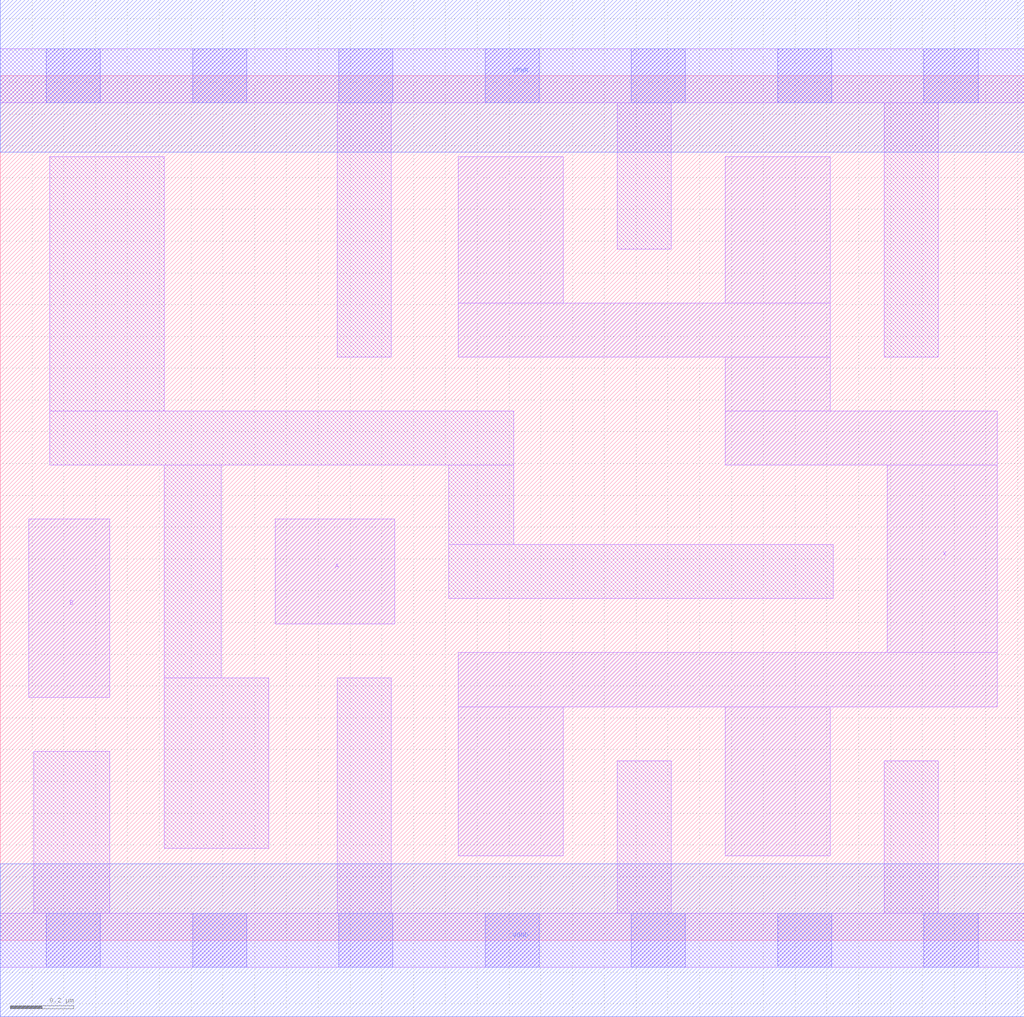
<source format=lef>
# Copyright 2020 The SkyWater PDK Authors
#
# Licensed under the Apache License, Version 2.0 (the "License");
# you may not use this file except in compliance with the License.
# You may obtain a copy of the License at
#
#     https://www.apache.org/licenses/LICENSE-2.0
#
# Unless required by applicable law or agreed to in writing, software
# distributed under the License is distributed on an "AS IS" BASIS,
# WITHOUT WARRANTIES OR CONDITIONS OF ANY KIND, either express or implied.
# See the License for the specific language governing permissions and
# limitations under the License.
#
# SPDX-License-Identifier: Apache-2.0

VERSION 5.7 ;
  NAMESCASESENSITIVE ON ;
  NOWIREEXTENSIONATPIN ON ;
  DIVIDERCHAR "/" ;
  BUSBITCHARS "[]" ;
UNITS
  DATABASE MICRONS 200 ;
END UNITS
MACRO sky130_fd_sc_hd__or2_4
  CLASS CORE ;
  FOREIGN sky130_fd_sc_hd__or2_4 ;
  ORIGIN  0.000000  0.000000 ;
  SIZE  3.220000 BY  2.720000 ;
  SYMMETRY X Y R90 ;
  SITE unithd ;
  PIN A
    ANTENNAGATEAREA  0.247500 ;
    DIRECTION INPUT ;
    USE SIGNAL ;
    PORT
      LAYER li1 ;
        RECT 0.865000 0.995000 1.240000 1.325000 ;
    END
  END A
  PIN B
    ANTENNAGATEAREA  0.247500 ;
    DIRECTION INPUT ;
    USE SIGNAL ;
    PORT
      LAYER li1 ;
        RECT 0.090000 0.765000 0.345000 1.325000 ;
    END
  END B
  PIN X
    ANTENNADIFFAREA  0.891000 ;
    DIRECTION OUTPUT ;
    USE SIGNAL ;
    PORT
      LAYER li1 ;
        RECT 1.440000 0.265000 1.770000 0.735000 ;
        RECT 1.440000 0.735000 3.135000 0.905000 ;
        RECT 1.440000 1.835000 2.610000 2.005000 ;
        RECT 1.440000 2.005000 1.770000 2.465000 ;
        RECT 2.280000 0.265000 2.610000 0.735000 ;
        RECT 2.280000 1.495000 3.135000 1.665000 ;
        RECT 2.280000 1.665000 2.610000 1.835000 ;
        RECT 2.280000 2.005000 2.610000 2.465000 ;
        RECT 2.790000 0.905000 3.135000 1.495000 ;
    END
  END X
  PIN VGND
    DIRECTION INOUT ;
    SHAPE ABUTMENT ;
    USE GROUND ;
    PORT
      LAYER met1 ;
        RECT 0.000000 -0.240000 3.220000 0.240000 ;
    END
  END VGND
  PIN VPWR
    DIRECTION INOUT ;
    SHAPE ABUTMENT ;
    USE POWER ;
    PORT
      LAYER met1 ;
        RECT 0.000000 2.480000 3.220000 2.960000 ;
    END
  END VPWR
  OBS
    LAYER li1 ;
      RECT 0.000000 -0.085000 3.220000 0.085000 ;
      RECT 0.000000  2.635000 3.220000 2.805000 ;
      RECT 0.105000  0.085000 0.345000 0.595000 ;
      RECT 0.155000  1.495000 1.615000 1.665000 ;
      RECT 0.155000  1.665000 0.515000 2.465000 ;
      RECT 0.515000  0.290000 0.845000 0.825000 ;
      RECT 0.515000  0.825000 0.695000 1.495000 ;
      RECT 1.060000  0.085000 1.230000 0.825000 ;
      RECT 1.060000  1.835000 1.230000 2.635000 ;
      RECT 1.410000  1.075000 2.620000 1.245000 ;
      RECT 1.410000  1.245000 1.615000 1.495000 ;
      RECT 1.940000  0.085000 2.110000 0.565000 ;
      RECT 1.940000  2.175000 2.110000 2.635000 ;
      RECT 2.780000  0.085000 2.950000 0.565000 ;
      RECT 2.780000  1.835000 2.950000 2.635000 ;
    LAYER mcon ;
      RECT 0.145000 -0.085000 0.315000 0.085000 ;
      RECT 0.145000  2.635000 0.315000 2.805000 ;
      RECT 0.605000 -0.085000 0.775000 0.085000 ;
      RECT 0.605000  2.635000 0.775000 2.805000 ;
      RECT 1.065000 -0.085000 1.235000 0.085000 ;
      RECT 1.065000  2.635000 1.235000 2.805000 ;
      RECT 1.525000 -0.085000 1.695000 0.085000 ;
      RECT 1.525000  2.635000 1.695000 2.805000 ;
      RECT 1.985000 -0.085000 2.155000 0.085000 ;
      RECT 1.985000  2.635000 2.155000 2.805000 ;
      RECT 2.445000 -0.085000 2.615000 0.085000 ;
      RECT 2.445000  2.635000 2.615000 2.805000 ;
      RECT 2.905000 -0.085000 3.075000 0.085000 ;
      RECT 2.905000  2.635000 3.075000 2.805000 ;
  END
END sky130_fd_sc_hd__or2_4
END LIBRARY

</source>
